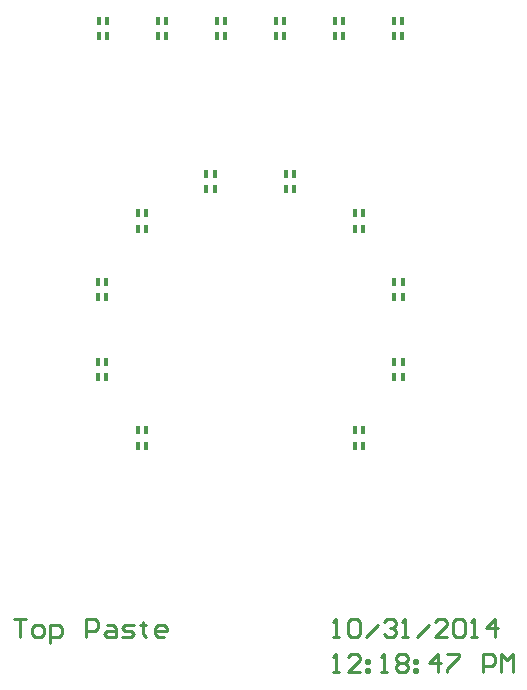
<source format=gtp>
%FSLAX25Y25*%
%MOIN*%
G70*
G01*
G75*
G04 Layer_Color=8421504*
%ADD10C,0.07874*%
%ADD11R,0.01575X0.02756*%
%ADD12C,0.03937*%
%ADD13C,0.00591*%
%ADD14C,0.01000*%
%ADD15C,0.07087*%
%ADD16R,0.05906X0.05906*%
%ADD17C,0.05906*%
%ADD18R,0.05906X0.05906*%
%ADD19C,0.02441*%
%ADD20C,0.01969*%
%ADD21C,0.04000*%
%ADD22C,0.06299*%
%ADD23O,0.09449X0.12598*%
%ADD24C,0.04762*%
%ADD25C,0.11024*%
%ADD26C,0.03563*%
%ADD27R,0.03543X0.02756*%
%ADD28R,0.04331X0.03937*%
%ADD29R,0.02756X0.03543*%
%ADD30R,0.05906X0.02362*%
%ADD31R,0.07087X0.03150*%
%ADD32R,0.05906X0.05118*%
%ADD33O,0.06496X0.02165*%
%ADD34O,0.02165X0.06496*%
%ADD35R,0.06102X0.13583*%
%ADD36R,0.06102X0.04331*%
%ADD37R,0.06102X0.04331*%
%ADD38C,0.01575*%
%ADD39C,0.03937*%
%ADD40C,0.00787*%
D11*
X47835Y97835D02*
D03*
X47835Y102953D02*
D03*
X50591Y97835D02*
D03*
Y102953D02*
D03*
X28150Y97835D02*
D03*
X28150Y102953D02*
D03*
X30906Y97835D02*
D03*
Y102953D02*
D03*
X8465Y97835D02*
D03*
X8465Y102953D02*
D03*
X11220Y97835D02*
D03*
Y102953D02*
D03*
X-11220Y97835D02*
D03*
X-11220Y102953D02*
D03*
X-8465Y97835D02*
D03*
Y102953D02*
D03*
X-30906Y97835D02*
D03*
X-30906Y102953D02*
D03*
X-28150Y97835D02*
D03*
Y102953D02*
D03*
X-50591Y97835D02*
D03*
X-50591Y102953D02*
D03*
X-47835Y97835D02*
D03*
Y102953D02*
D03*
X34813Y-38750D02*
D03*
X34813Y-33631D02*
D03*
X37569Y-38750D02*
D03*
Y-33631D02*
D03*
X48059Y-15806D02*
D03*
X48059Y-10688D02*
D03*
X50815Y-15806D02*
D03*
Y-10688D02*
D03*
X48059Y10688D02*
D03*
X48059Y15806D02*
D03*
X50815Y10688D02*
D03*
Y15806D02*
D03*
X34813Y33632D02*
D03*
X34813Y38750D02*
D03*
X37569Y33631D02*
D03*
Y38750D02*
D03*
X11869Y46878D02*
D03*
X11869Y51996D02*
D03*
X14625Y46878D02*
D03*
Y51996D02*
D03*
X-14625Y46878D02*
D03*
X-14625Y51996D02*
D03*
X-11869Y46878D02*
D03*
Y51996D02*
D03*
X-37569Y33632D02*
D03*
X-37569Y38750D02*
D03*
X-34813Y33631D02*
D03*
Y38750D02*
D03*
X-50815Y10688D02*
D03*
X-50815Y15806D02*
D03*
X-48059Y10688D02*
D03*
Y15806D02*
D03*
X-50815Y-15806D02*
D03*
X-50815Y-10688D02*
D03*
X-48059Y-15806D02*
D03*
Y-10688D02*
D03*
X-37569Y-38750D02*
D03*
X-37569Y-33631D02*
D03*
X-34813Y-38750D02*
D03*
Y-33631D02*
D03*
D14*
X-78740Y-96364D02*
X-74741D01*
X-76741D01*
Y-102362D01*
X-71742D02*
X-69743D01*
X-68743Y-101363D01*
Y-99363D01*
X-69743Y-98364D01*
X-71742D01*
X-72742Y-99363D01*
Y-101363D01*
X-71742Y-102362D01*
X-66744Y-104362D02*
Y-98364D01*
X-63745D01*
X-62745Y-99363D01*
Y-101363D01*
X-63745Y-102362D01*
X-66744D01*
X-54748D02*
Y-96364D01*
X-51749D01*
X-50749Y-97364D01*
Y-99363D01*
X-51749Y-100363D01*
X-54748D01*
X-47750Y-98364D02*
X-45751D01*
X-44751Y-99363D01*
Y-102362D01*
X-47750D01*
X-48750Y-101363D01*
X-47750Y-100363D01*
X-44751D01*
X-42752Y-102362D02*
X-39753D01*
X-38753Y-101363D01*
X-39753Y-100363D01*
X-41752D01*
X-42752Y-99363D01*
X-41752Y-98364D01*
X-38753D01*
X-35754Y-97364D02*
Y-98364D01*
X-36754D01*
X-34754D01*
X-35754D01*
Y-101363D01*
X-34754Y-102362D01*
X-28756D02*
X-30756D01*
X-31755Y-101363D01*
Y-99363D01*
X-30756Y-98364D01*
X-28756D01*
X-27757Y-99363D01*
Y-100363D01*
X-31755D01*
X27559Y-102362D02*
X29558D01*
X28559D01*
Y-96364D01*
X27559Y-97364D01*
X32557D02*
X33557Y-96364D01*
X35557D01*
X36556Y-97364D01*
Y-101363D01*
X35557Y-102362D01*
X33557D01*
X32557Y-101363D01*
Y-97364D01*
X38555Y-102362D02*
X42554Y-98364D01*
X44554Y-97364D02*
X45553Y-96364D01*
X47553D01*
X48552Y-97364D01*
Y-98364D01*
X47553Y-99363D01*
X46553D01*
X47553D01*
X48552Y-100363D01*
Y-101363D01*
X47553Y-102362D01*
X45553D01*
X44554Y-101363D01*
X50552Y-102362D02*
X52551D01*
X51551D01*
Y-96364D01*
X50552Y-97364D01*
X55550Y-102362D02*
X59549Y-98364D01*
X65547Y-102362D02*
X61548D01*
X65547Y-98364D01*
Y-97364D01*
X64547Y-96364D01*
X62548D01*
X61548Y-97364D01*
X67546D02*
X68546Y-96364D01*
X70545D01*
X71545Y-97364D01*
Y-101363D01*
X70545Y-102362D01*
X68546D01*
X67546Y-101363D01*
Y-97364D01*
X73544Y-102362D02*
X75543D01*
X74544D01*
Y-96364D01*
X73544Y-97364D01*
X81542Y-102362D02*
Y-96364D01*
X78543Y-99363D01*
X82541D01*
X27559Y-114173D02*
X29558D01*
X28559D01*
Y-108175D01*
X27559Y-109175D01*
X36556Y-114173D02*
X32557D01*
X36556Y-110175D01*
Y-109175D01*
X35557Y-108175D01*
X33557D01*
X32557Y-109175D01*
X38555Y-110175D02*
X39555D01*
Y-111174D01*
X38555D01*
Y-110175D01*
Y-113174D02*
X39555D01*
Y-114173D01*
X38555D01*
Y-113174D01*
X43554Y-114173D02*
X45553D01*
X44554D01*
Y-108175D01*
X43554Y-109175D01*
X48552D02*
X49552Y-108175D01*
X51551D01*
X52551Y-109175D01*
Y-110175D01*
X51551Y-111174D01*
X52551Y-112174D01*
Y-113174D01*
X51551Y-114173D01*
X49552D01*
X48552Y-113174D01*
Y-112174D01*
X49552Y-111174D01*
X48552Y-110175D01*
Y-109175D01*
X49552Y-111174D02*
X51551D01*
X54550Y-110175D02*
X55550D01*
Y-111174D01*
X54550D01*
Y-110175D01*
Y-113174D02*
X55550D01*
Y-114173D01*
X54550D01*
Y-113174D01*
X62548Y-114173D02*
Y-108175D01*
X59549Y-111174D01*
X63547D01*
X65547Y-108175D02*
X69546D01*
Y-109175D01*
X65547Y-113174D01*
Y-114173D01*
X77543D02*
Y-108175D01*
X80542D01*
X81542Y-109175D01*
Y-111174D01*
X80542Y-112174D01*
X77543D01*
X83541Y-114173D02*
Y-108175D01*
X85540Y-110175D01*
X87540Y-108175D01*
Y-114173D01*
M02*

</source>
